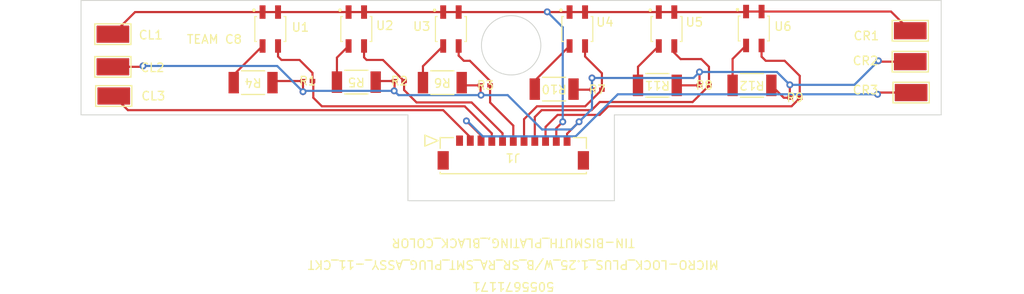
<source format=kicad_pcb>
(kicad_pcb (version 20240108) (generator "pcbnew") (generator_version "8.0")
  (layers (0 "F.Cu" signal) (31 "B.Cu" signal) (34 "B.Paste" user) (35 "F.Paste" user) (36 "B.SilkS" user "B.Silkscreen") (37 "F.SilkS" user "F.Silkscreen") (38 "B.Mask" user) (39 "F.Mask" user) (44 "Edge.Cuts" user))
  (net 0 "")
  (net 2 "VOUT8")
  (net 5 "VCC")
  (net 6 "VOUT3")
  (net 7 "VOUT1")
  (net 8 "VOUT5")
  (net 9 "Net-(R4-Pad2)")
  (net 10 "Net-(R5-Pad2)")
  (net 11 "Net-(R6-Pad2)")
  (net 12 "VOUT4")
  (net 13 "VOUT2")
  (net 14 "VOUT6")
  (net 15 "Net-(R10-Pad2)")
  (net 16 "Net-(R11-Pad2)")
  (net 17 "Net-(R12-Pad2)")
  (net 18 "GND")
  (net 19 "VOUT7")
  (footprint "47 Ohm SMD:RC2010N_PAN" (layer "F.Cu") (at 178 96.56 180)
    (property "Reference" "R12" (at 0 0 180) (layer "F.SilkS"))
    (property "Value" "ERJ-12ZYJ470U(47)")
    (fp_line (start 1.342447 -1.376998) (end -1.342447 -1.376998) (stroke (width 0.1524)) (layer "F.SilkS"))
    (fp_line (start -1.342447 1.376998) (end 1.342447 1.376998) (stroke (width 0.1524)) (layer "F.SilkS"))
    (pad "1" smd rect (at -2.252796 0 180) (size 1.205598 2.499995) (layers "F.Cu" "F.Paste" "F.Mask") (net 5 "VCC"))
    (pad "2" smd rect (at 2.252796 0 180) (size 1.205598 2.499995) (layers "F.Cu" "F.Paste" "F.Mask") (net 17 "Net-(R12-Pad2)"))
  )
  (footprint "QRE1113GR:SOIC180P460X187-4N" (layer "F.Cu") (at 168.067992 90)
    (property "Reference" "U5" (at 3.232008 -0.8 0) (layer "F.SilkS"))
    (property "Value" "QRE1113GR")
    (fp_line (start -1.8 -1.45) (end -1.8 1.45) (stroke (width 0.127)) (layer "F.SilkS"))
    (fp_line (start -1.8 -1.45) (end -1.6 -1.45) (stroke (width 0.127)) (layer "F.SilkS"))
    (fp_line (start -1.8 1.45) (end -1.6 1.45) (stroke (width 0.127)) (layer "F.SilkS"))
    (fp_line (start 1.8 -1.45) (end 1.6 -1.45) (stroke (width 0.127)) (layer "F.SilkS"))
    (fp_line (start 1.8 -1.45) (end 1.8 1.45) (stroke (width 0.127)) (layer "F.SilkS"))
    (fp_line (start 1.8 1.45) (end 1.6 1.45) (stroke (width 0.127)) (layer "F.SilkS"))
    (fp_circle (center -1.9 -2.2) (end -1.8 -2.2) (stroke (width 0.2)) (fill none) (layer "F.SilkS"))
    (pad "1" smd rect (at -0.9 -1.975) (size 0.69 1.57) (layers "F.Cu" "F.Paste" "F.Mask") (net 18 "GND"))
    (pad "2" smd rect (at -0.9 1.975) (size 0.69 1.57) (layers "F.Cu" "F.Paste" "F.Mask") (net 16 "Net-(R11-Pad2)"))
    (pad "3" smd rect (at 0.9 1.975) (size 0.69 1.57) (layers "F.Cu" "F.Paste" "F.Mask") (net 8 "VOUT5"))
    (pad "4" smd rect (at 0.9 -1.975) (size 0.69 1.57) (layers "F.Cu" "F.Paste" "F.Mask") (net 18 "GND"))
  )
  (footprint "47K Ohm SMD:RC0402N_PAN" (layer "F.Cu") (at 126.352605 96.056)
    (property "Reference" "R1" (at 0 0 0) (layer "F.SilkS"))
    (property "Value" "ERJ-2RKF4702X(47k)")
    (pad "1" smd rect (at -0.552799 0) (size 0.655599 0.499999) (layers "F.Cu" "F.Paste" "F.Mask") (net 5 "VCC"))
    (pad "2" smd rect (at 0.552799 0) (size 0.655599 0.499999) (layers "F.Cu" "F.Paste" "F.Mask") (net 7 "VOUT1"))
  )
  (footprint "47 Ohm SMD:RC2010N_PAN" (layer "F.Cu") (at 155 97 180)
    (property "Reference" "R10" (at 0 0 180) (layer "F.SilkS"))
    (property "Value" "ERJ-12ZYJ470U(47)")
    (fp_line (start 1.342447 -1.376998) (end -1.342447 -1.376998) (stroke (width 0.1524)) (layer "F.SilkS"))
    (fp_line (start -1.342447 1.376998) (end 1.342447 1.376998) (stroke (width 0.1524)) (layer "F.SilkS"))
    (pad "1" smd rect (at -2.252796 0 180) (size 1.205598 2.499995) (layers "F.Cu" "F.Paste" "F.Mask") (net 5 "VCC"))
    (pad "2" smd rect (at 2.252796 0 180) (size 1.205598 2.499995) (layers "F.Cu" "F.Paste" "F.Mask") (net 15 "Net-(R10-Pad2)"))
  )
  (footprint "TestPoint:TestPoint_Keystone_5019_Minature" (layer "F.Cu") (at 196.5 97.4)
    (property "Reference" "CR3" (at -5.3 -0.3 0) (layer "F.SilkS"))
    (property "Value" "TestPoint_Keystone_5019_Minature")
    (fp_line (start -2.1 -1.2) (end 2.1 -1.2) (stroke (width 0.15)) (layer "F.SilkS"))
    (fp_line (start -2.1 1.2) (end -2.1 -1.2) (stroke (width 0.15)) (layer "F.SilkS"))
    (fp_line (start 2.1 -1.2) (end 2.1 1.2) (stroke (width 0.15)) (layer "F.SilkS"))
    (fp_line (start 2.1 1.2) (end -2.1 1.2) (stroke (width 0.15)) (layer "F.SilkS"))
    (pad "1" smd rect (at 0 0) (size 3.8 2) (layers "F.Cu" "F.Paste" "F.Mask") (net 19 "VOUT7"))
  )
  (footprint "47 Ohm SMD:RC2010N_PAN" (layer "F.Cu") (at 120 96.243002 180)
    (property "Reference" "R4" (at 0 0 180) (layer "F.SilkS"))
    (property "Value" "ERJ-12ZYJ470U(47)")
    (fp_line (start 1.342447 -1.376998) (end -1.342447 -1.376998) (stroke (width 0.1524)) (layer "F.SilkS"))
    (fp_line (start -1.342447 1.376998) (end 1.342447 1.376998) (stroke (width 0.1524)) (layer "F.SilkS"))
    (pad "1" smd rect (at -2.252796 0 180) (size 1.205598 2.499995) (layers "F.Cu" "F.Paste" "F.Mask") (net 5 "VCC"))
    (pad "2" smd rect (at 2.252796 0 180) (size 1.205598 2.499995) (layers "F.Cu" "F.Paste" "F.Mask") (net 9 "Net-(R4-Pad2)"))
  )
  (footprint "QRE1113GR:SOIC180P460X187-4N" (layer "F.Cu") (at 157.693996 90)
    (property "Reference" "U4" (at 3.206004 -0.8 0) (layer "F.SilkS"))
    (property "Value" "QRE1113GR")
    (fp_line (start -1.8 -1.45) (end -1.8 1.45) (stroke (width 0.127)) (layer "F.SilkS"))
    (fp_line (start -1.8 -1.45) (end -1.6 -1.45) (stroke (width 0.127)) (layer "F.SilkS"))
    (fp_line (start -1.8 1.45) (end -1.6 1.45) (stroke (width 0.127)) (layer "F.SilkS"))
    (fp_line (start 1.8 -1.45) (end 1.6 -1.45) (stroke (width 0.127)) (layer "F.SilkS"))
    (fp_line (start 1.8 -1.45) (end 1.8 1.45) (stroke (width 0.127)) (layer "F.SilkS"))
    (fp_line (start 1.8 1.45) (end 1.6 1.45) (stroke (width 0.127)) (layer "F.SilkS"))
    (fp_circle (center -1.9 -2.2) (end -1.8 -2.2) (stroke (width 0.2)) (fill none) (layer "F.SilkS"))
    (pad "1" smd rect (at -0.9 -1.975) (size 0.69 1.57) (layers "F.Cu" "F.Paste" "F.Mask") (net 18 "GND"))
    (pad "2" smd rect (at -0.9 1.975) (size 0.69 1.57) (layers "F.Cu" "F.Paste" "F.Mask") (net 15 "Net-(R10-Pad2)"))
    (pad "3" smd rect (at 0.9 1.975) (size 0.69 1.57) (layers "F.Cu" "F.Paste" "F.Mask") (net 12 "VOUT4"))
    (pad "4" smd rect (at 0.9 -1.975) (size 0.69 1.57) (layers "F.Cu" "F.Paste" "F.Mask") (net 18 "GND"))
  )
  (footprint "11_Pin_Header:CON_5055671171" (layer "F.Cu") (at 144 103 180)
    (property "Reference" "J1" (at -6.2 -2 180) (layer "F.SilkS"))
    (property "Value" "5055671171")
    (fp_line (start 4.027983 0.635) (end 2.503983 0) (stroke (width 0.1524)) (layer "F.SilkS"))
    (fp_line (start 4.027983 -0.635) (end 4.027983 0.635) (stroke (width 0.1524)) (layer "F.SilkS"))
    (fp_line (start 2.503983 0) (end 4.027983 -0.635) (stroke (width 0.1524)) (layer "F.SilkS"))
    (fp_line (start 2.249983 0.35) (end 2.249983 -0.899959) (stroke (width 0.1524)) (layer "F.SilkS"))
    (fp_line (start 2.249983 -3.690039) (end 2.249983 -3.849999) (stroke (width 0.1524)) (layer "F.SilkS"))
    (fp_line (start 2.249983 -3.849999) (end -14.749983 -3.849999) (stroke (width 0.1524)) (layer "F.SilkS"))
    (fp_line (start 0.72004 0.35) (end 2.249983 0.35) (stroke (width 0.1524)) (layer "F.SilkS"))
    (fp_line (start -14.749983 0.35) (end -13.22004 0.35) (stroke (width 0.1524)) (layer "F.SilkS"))
    (fp_line (start -14.749983 -0.899959) (end -14.749983 0.35) (stroke (width 0.1524)) (layer "F.SilkS"))
    (fp_line (start -14.749983 -3.849999) (end -14.749983 -3.690039) (stroke (width 0.1524)) (layer "F.SilkS"))
    (fp_text user "MICRO-LOCK_PLUS_1.25_W/B_SR_RA_SMT_PLUG_ASSY_-11_CKT" (at -6.25 -14.45 180) (layer "F.SilkS"))
    (fp_text user "5055671171" (at -6.25 -16.99 180) (layer "F.SilkS"))
    (fp_text user "TIN-BISMUTH_PLATING,_BLACK_COLOR" (at -6.25 -11.909999 180) (layer "F.SilkS"))
    (pad "1" smd rect (at 0 0 180) (size 0.8 1.2) (layers "F.Cu" "F.Paste" "F.Mask"))
    (pad "2" smd rect (at -1.25 0 180) (size 0.8 1.2) (layers "F.Cu" "F.Paste" "F.Mask") (net 2 "VOUT8"))
    (pad "3" smd rect (at -2.5 0 180) (size 0.8 1.2) (layers "F.Cu" "F.Paste" "F.Mask") (net 19 "VOUT7"))
    (pad "4" smd rect (at -3.75 0 180) (size 0.8 1.2) (layers "F.Cu" "F.Paste" "F.Mask") (net 7 "VOUT1"))
    (pad "5" smd rect (at -5 0 180) (size 0.8 1.2) (layers "F.Cu" "F.Paste" "F.Mask") (net 13 "VOUT2"))
    (pad "6" smd rect (at -6.25 0 180) (size 0.8 1.2) (layers "F.Cu" "F.Paste" "F.Mask") (net 6 "VOUT3"))
    (pad "7" smd rect (at -7.5 0 180) (size 0.8 1.2) (layers "F.Cu" "F.Paste" "F.Mask") (net 12 "VOUT4"))
    (pad "8" smd rect (at -8.75 0 180) (size 0.8 1.2) (layers "F.Cu" "F.Paste" "F.Mask") (net 8 "VOUT5"))
    (pad "9" smd rect (at -10 0 180) (size 0.8 1.2) (layers "F.Cu" "F.Paste" "F.Mask") (net 14 "VOUT6"))
    (pad "10" smd rect (at -11.25 0 180) (size 0.8 1.2) (layers "F.Cu" "F.Paste" "F.Mask") (net 18 "GND"))
    (pad "11" smd rect (at -12.5 0 180) (size 0.8 1.2) (layers "F.Cu" "F.Paste" "F.Mask") (net 5 "VCC"))
    (pad "12" smd rect (at 1.900001 -2.294999 180) (size 1.3 2.15) (layers "F.Cu" "F.Paste" "F.Mask"))
    (pad "13" smd rect (at -14.400002 -2.294999 180) (size 1.3 2.15) (layers "F.Cu" "F.Paste" "F.Mask"))
  )
  (footprint "TestPoint:TestPoint_Keystone_5019_Minature" (layer "F.Cu") (at 103.8 97.8)
    (property "Reference" "CL3" (at 4.6 0 0) (layer "F.SilkS"))
    (property "Value" "TestPoint_Keystone_5019_Minature")
    (fp_line (start -2.1 -1.2) (end 2.1 -1.2) (stroke (width 0.15)) (layer "F.SilkS"))
    (fp_line (start -2.1 1.2) (end -2.1 -1.2) (stroke (width 0.15)) (layer "F.SilkS"))
    (fp_line (start 2.1 -1.2) (end 2.1 1.2) (stroke (width 0.15)) (layer "F.SilkS"))
    (fp_line (start 2.1 1.2) (end -2.1 1.2) (stroke (width 0.15)) (layer "F.SilkS"))
    (pad "1" smd rect (at 0 0) (size 3.8 2) (layers "F.Cu" "F.Paste" "F.Mask") (net 2 "VOUT8"))
  )
  (footprint "47K Ohm SMD:RC0402N_PAN" (layer "F.Cu") (at 137 96.056)
    (property "Reference" "R2" (at 0 0 0) (layer "F.SilkS"))
    (property "Value" "ERJ-2RKF4702X(47k)")
    (pad "1" smd rect (at -0.552799 0) (size 0.655599 0.499999) (layers "F.Cu" "F.Paste" "F.Mask") (net 5 "VCC"))
    (pad "2" smd rect (at 0.552799 0) (size 0.655599 0.499999) (layers "F.Cu" "F.Paste" "F.Mask") (net 13 "VOUT2"))
  )
  (footprint "TestPoint:TestPoint_Keystone_5019_Minature" (layer "F.Cu") (at 103.7 94.4)
    (property "Reference" "CL2" (at 4.6 0.1 0) (layer "F.SilkS"))
    (property "Value" "TestPoint_Keystone_5019_Minature")
    (fp_line (start -2.1 -1.2) (end 2.1 -1.2) (stroke (width 0.15)) (layer "F.SilkS"))
    (fp_line (start -2.1 1.2) (end -2.1 -1.2) (stroke (width 0.15)) (layer "F.SilkS"))
    (fp_line (start 2.1 -1.2) (end 2.1 1.2) (stroke (width 0.15)) (layer "F.SilkS"))
    (fp_line (start 2.1 1.2) (end -2.1 1.2) (stroke (width 0.15)) (layer "F.SilkS"))
    (pad "1" smd rect (at 0 0) (size 3.8 2) (layers "F.Cu" "F.Paste" "F.Mask") (net 5 "VCC"))
  )
  (footprint "47 Ohm SMD:RC2010N_PAN" (layer "F.Cu") (at 142 96.243002 180)
    (property "Reference" "R6" (at 0 0 180) (layer "F.SilkS"))
    (property "Value" "ERJ-12ZYJ470U(47)")
    (fp_line (start 1.342447 -1.376998) (end -1.342447 -1.376998) (stroke (width 0.1524)) (layer "F.SilkS"))
    (fp_line (start -1.342447 1.376998) (end 1.342447 1.376998) (stroke (width 0.1524)) (layer "F.SilkS"))
    (pad "1" smd rect (at -2.252796 0 180) (size 1.205598 2.499995) (layers "F.Cu" "F.Paste" "F.Mask") (net 5 "VCC"))
    (pad "2" smd rect (at 2.252796 0 180) (size 1.205598 2.499995) (layers "F.Cu" "F.Paste" "F.Mask") (net 11 "Net-(R6-Pad2)"))
  )
  (footprint "TestPoint:TestPoint_Keystone_5019_Minature" (layer "F.Cu") (at 103.7 90.6)
    (property "Reference" "CL1" (at 4.4 0.1 0) (layer "F.SilkS"))
    (property "Value" "TestPoint_Keystone_5019_Minature")
    (fp_line (start -2.1 -1.2) (end 2.1 -1.2) (stroke (width 0.15)) (layer "F.SilkS"))
    (fp_line (start -2.1 1.2) (end -2.1 -1.2) (stroke (width 0.15)) (layer "F.SilkS"))
    (fp_line (start 2.1 -1.2) (end 2.1 1.2) (stroke (width 0.15)) (layer "F.SilkS"))
    (fp_line (start 2.1 1.2) (end -2.1 1.2) (stroke (width 0.15)) (layer "F.SilkS"))
    (pad "1" smd rect (at 0 0) (size 3.8 2) (layers "F.Cu" "F.Paste" "F.Mask") (net 18 "GND"))
  )
  (footprint "TestPoint:TestPoint_Keystone_5019_Minature" (layer "F.Cu") (at 196.4 90.2)
    (property "Reference" "CR1" (at -5.1 0.6 0) (layer "F.SilkS"))
    (property "Value" "TestPoint_Keystone_5019_Minature")
    (fp_line (start -2.1 -1.2) (end 2.1 -1.2) (stroke (width 0.15)) (layer "F.SilkS"))
    (fp_line (start -2.1 1.2) (end -2.1 -1.2) (stroke (width 0.15)) (layer "F.SilkS"))
    (fp_line (start 2.1 -1.2) (end 2.1 1.2) (stroke (width 0.15)) (layer "F.SilkS"))
    (fp_line (start 2.1 1.2) (end -2.1 1.2) (stroke (width 0.15)) (layer "F.SilkS"))
    (pad "1" smd rect (at 0 0) (size 3.8 2) (layers "F.Cu" "F.Paste" "F.Mask") (net 18 "GND"))
  )
  (footprint "47K Ohm SMD:RC0402N_PAN" (layer "F.Cu") (at 160 97.064)
    (property "Reference" "R7" (at 0 0 0) (layer "F.SilkS"))
    (property "Value" "ERJ-2RKF4702X(47k)")
    (pad "1" smd rect (at -0.552799 0) (size 0.655599 0.499999) (layers "F.Cu" "F.Paste" "F.Mask") (net 5 "VCC"))
    (pad "2" smd rect (at 0.552799 0) (size 0.655599 0.499999) (layers "F.Cu" "F.Paste" "F.Mask") (net 12 "VOUT4"))
  )
  (footprint "47K Ohm SMD:RC0402N_PAN" (layer "F.Cu") (at 147 96.56)
    (property "Reference" "R3" (at 0 0 0) (layer "F.SilkS"))
    (property "Value" "ERJ-2RKF4702X(47k)")
    (pad "1" smd rect (at -0.552799 0) (size 0.655599 0.499999) (layers "F.Cu" "F.Paste" "F.Mask") (net 5 "VCC"))
    (pad "2" smd rect (at 0.552799 0) (size 0.655599 0.499999) (layers "F.Cu" "F.Paste" "F.Mask") (net 6 "VOUT3"))
  )
  (footprint "47 Ohm SMD:RC2010N_PAN" (layer "F.Cu") (at 167 96.56 180)
    (property "Reference" "R11" (at 0 0 180) (layer "F.SilkS"))
    (property "Value" "ERJ-12ZYJ470U(47)")
    (fp_line (start 1.342447 -1.376998) (end -1.342447 -1.376998) (stroke (width 0.1524)) (layer "F.SilkS"))
    (fp_line (start -1.342447 1.376998) (end 1.342447 1.376998) (stroke (width 0.1524)) (layer "F.SilkS"))
    (pad "1" smd rect (at -2.252796 0 180) (size 1.205598 2.499995) (layers "F.Cu" "F.Paste" "F.Mask") (net 5 "VCC"))
    (pad "2" smd rect (at 2.252796 0 180) (size 1.205598 2.499995) (layers "F.Cu" "F.Paste" "F.Mask") (net 16 "Net-(R11-Pad2)"))
  )
  (footprint "QRE1113GR:SOIC180P460X187-4N" (layer "F.Cu") (at 132 90)
    (property "Reference" "U2" (at 3.3 -0.4 0) (layer "F.SilkS"))
    (property "Value" "QRE1113GR")
    (fp_line (start -1.8 -1.45) (end -1.8 1.45) (stroke (width 0.127)) (layer "F.SilkS"))
    (fp_line (start -1.8 -1.45) (end -1.6 -1.45) (stroke (width 0.127)) (layer "F.SilkS"))
    (fp_line (start -1.8 1.45) (end -1.6 1.45) (stroke (width 0.127)) (layer "F.SilkS"))
    (fp_line (start 1.8 -1.45) (end 1.6 -1.45) (stroke (width 0.127)) (layer "F.SilkS"))
    (fp_line (start 1.8 -1.45) (end 1.8 1.45) (stroke (width 0.127)) (layer "F.SilkS"))
    (fp_line (start 1.8 1.45) (end 1.6 1.45) (stroke (width 0.127)) (layer "F.SilkS"))
    (fp_circle (center -1.9 -2.2) (end -1.8 -2.2) (stroke (width 0.2)) (fill none) (layer "F.SilkS"))
    (pad "1" smd rect (at -0.9 -1.975) (size 0.69 1.57) (layers "F.Cu" "F.Paste" "F.Mask") (net 18 "GND"))
    (pad "2" smd rect (at -0.9 1.975) (size 0.69 1.57) (layers "F.Cu" "F.Paste" "F.Mask") (net 10 "Net-(R5-Pad2)"))
    (pad "3" smd rect (at 0.9 1.975) (size 0.69 1.57) (layers "F.Cu" "F.Paste" "F.Mask") (net 13 "VOUT2"))
    (pad "4" smd rect (at 0.9 -1.975) (size 0.69 1.57) (layers "F.Cu" "F.Paste" "F.Mask") (net 18 "GND"))
  )
  (footprint "47K Ohm SMD:RC0402N_PAN" (layer "F.Cu") (at 183 98)
    (property "Reference" "R9" (at 0 0 0) (layer "F.SilkS"))
    (property "Value" "ERJ-2RKF4702X(47k)")
    (pad "1" smd rect (at -0.552799 0) (size 0.655599 0.499999) (layers "F.Cu" "F.Paste" "F.Mask") (net 5 "VCC"))
    (pad "2" smd rect (at 0.552799 0) (size 0.655599 0.499999) (layers "F.Cu" "F.Paste" "F.Mask") (net 14 "VOUT6"))
  )
  (footprint "TestPoint:TestPoint_Keystone_5019_Minature" (layer "F.Cu") (at 196.4 93.8)
    (property "Reference" "CR2" (at -5.2 -0.1 0) (layer "F.SilkS"))
    (property "Value" "TestPoint_Keystone_5019_Minature")
    (fp_line (start -2.1 -1.2) (end 2.1 -1.2) (stroke (width 0.15)) (layer "F.SilkS"))
    (fp_line (start -2.1 1.2) (end -2.1 -1.2) (stroke (width 0.15)) (layer "F.SilkS"))
    (fp_line (start 2.1 -1.2) (end 2.1 1.2) (stroke (width 0.15)) (layer "F.SilkS"))
    (fp_line (start 2.1 1.2) (end -2.1 1.2) (stroke (width 0.15)) (layer "F.SilkS"))
    (pad "1" smd rect (at 0 0) (size 3.8 2) (layers "F.Cu" "F.Paste" "F.Mask") (net 5 "VCC"))
  )
  (footprint "47 Ohm SMD:RC2010N_PAN" (layer "F.Cu") (at 132 96.183002 180)
    (property "Reference" "R5" (at 0 0 180) (layer "F.SilkS"))
    (property "Value" "ERJ-12ZYJ470U(47)")
    (fp_line (start 1.342447 -1.376998) (end -1.342447 -1.376998) (stroke (width 0.1524)) (layer "F.SilkS"))
    (fp_line (start -1.342447 1.376998) (end 1.342447 1.376998) (stroke (width 0.1524)) (layer "F.SilkS"))
    (pad "1" smd rect (at -2.252796 0 180) (size 1.205598 2.499995) (layers "F.Cu" "F.Paste" "F.Mask") (net 5 "VCC"))
    (pad "2" smd rect (at 2.252796 0 180) (size 1.205598 2.499995) (layers "F.Cu" "F.Paste" "F.Mask") (net 10 "Net-(R5-Pad2)"))
  )
  (footprint "QRE1113GR:SOIC180P460X187-4N" (layer "F.Cu") (at 122 90)
    (property "Reference" "U1" (at 3.5 -0.2 0) (layer "F.SilkS"))
    (property "Value" "QRE1113GR")
    (fp_line (start -1.8 -1.45) (end -1.8 1.45) (stroke (width 0.127)) (layer "F.SilkS"))
    (fp_line (start -1.8 -1.45) (end -1.6 -1.45) (stroke (width 0.127)) (layer "F.SilkS"))
    (fp_line (start -1.8 1.45) (end -1.6 1.45) (stroke (width 0.127)) (layer "F.SilkS"))
    (fp_line (start 1.8 -1.45) (end 1.6 -1.45) (stroke (width 0.127)) (layer "F.SilkS"))
    (fp_line (start 1.8 -1.45) (end 1.8 1.45) (stroke (width 0.127)) (layer "F.SilkS"))
    (fp_line (start 1.8 1.45) (end 1.6 1.45) (stroke (width 0.127)) (layer "F.SilkS"))
    (fp_circle (center -1.9 -2.2) (end -1.8 -2.2) (stroke (width 0.2)) (fill none) (layer "F.SilkS"))
    (pad "1" smd rect (at -0.9 -1.975) (size 0.69 1.57) (layers "F.Cu" "F.Paste" "F.Mask") (net 18 "GND"))
    (pad "2" smd rect (at -0.9 1.975) (size 0.69 1.57) (layers "F.Cu" "F.Paste" "F.Mask") (net 9 "Net-(R4-Pad2)"))
    (pad "3" smd rect (at 0.9 1.975) (size 0.69 1.57) (layers "F.Cu" "F.Paste" "F.Mask") (net 7 "VOUT1"))
    (pad "4" smd rect (at 0.9 -1.975) (size 0.69 1.57) (layers "F.Cu" "F.Paste" "F.Mask") (net 18 "GND"))
  )
  (footprint "QRE1113GR:SOIC180P460X187-4N" (layer "F.Cu") (at 178.213996 89.94)
    (property "Reference" "U6" (at 3.386004 -0.24 0) (layer "F.SilkS"))
    (property "Value" "QRE1113GR")
    (fp_line (start -1.8 -1.45) (end -1.8 1.45) (stroke (width 0.127)) (layer "F.SilkS"))
    (fp_line (start -1.8 -1.45) (end -1.6 -1.45) (stroke (width 0.127)) (layer "F.SilkS"))
    (fp_line (start -1.8 1.45) (end -1.6 1.45) (stroke (width 0.127)) (layer "F.SilkS"))
    (fp_line (start 1.8 -1.45) (end 1.6 -1.45) (stroke (width 0.127)) (layer "F.SilkS"))
    (fp_line (start 1.8 -1.45) (end 1.8 1.45) (stroke (width 0.127)) (layer "F.SilkS"))
    (fp_line (start 1.8 1.45) (end 1.6 1.45) (stroke (width 0.127)) (layer "F.SilkS"))
    (fp_circle (center -1.9 -2.2) (end -1.8 -2.2) (stroke (width 0.2)) (fill none) (layer "F.SilkS"))
    (pad "1" smd rect (at -0.9 -1.975) (size 0.69 1.57) (layers "F.Cu" "F.Paste" "F.Mask") (net 18 "GND"))
    (pad "2" smd rect (at -0.9 1.975) (size 0.69 1.57) (layers "F.Cu" "F.Paste" "F.Mask") (net 17 "Net-(R12-Pad2)"))
    (pad "3" smd rect (at 0.9 1.975) (size 0.69 1.57) (layers "F.Cu" "F.Paste" "F.Mask") (net 14 "VOUT6"))
    (pad "4" smd rect (at 0.9 -1.975) (size 0.69 1.57) (layers "F.Cu" "F.Paste" "F.Mask") (net 18 "GND"))
  )
  (footprint "QRE1113GR:SOIC180P460X187-4N" (layer "F.Cu") (at 143 90)
    (property "Reference" "U3" (at -3.4 -0.3 0) (layer "F.SilkS"))
    (property "Value" "QRE1113GR")
    (fp_line (start -1.8 -1.45) (end -1.8 1.45) (stroke (width 0.127)) (layer "F.SilkS"))
    (fp_line (start -1.8 -1.45) (end -1.6 -1.45) (stroke (width 0.127)) (layer "F.SilkS"))
    (fp_line (start -1.8 1.45) (end -1.6 1.45) (stroke (width 0.127)) (layer "F.SilkS"))
    (fp_line (start 1.8 -1.45) (end 1.6 -1.45) (stroke (width 0.127)) (layer "F.SilkS"))
    (fp_line (start 1.8 -1.45) (end 1.8 1.45) (stroke (width 0.127)) (layer "F.SilkS"))
    (fp_line (start 1.8 1.45) (end 1.6 1.45) (stroke (width 0.127)) (layer "F.SilkS"))
    (fp_circle (center -1.9 -2.2) (end -1.8 -2.2) (stroke (width 0.2)) (fill none) (layer "F.SilkS"))
    (pad "1" smd rect (at -0.9 -1.975) (size 0.69 1.57) (layers "F.Cu" "F.Paste" "F.Mask") (net 18 "GND"))
    (pad "2" smd rect (at -0.9 1.975) (size 0.69 1.57) (layers "F.Cu" "F.Paste" "F.Mask") (net 11 "Net-(R6-Pad2)"))
    (pad "3" smd rect (at 0.9 1.975) (size 0.69 1.57) (layers "F.Cu" "F.Paste" "F.Mask") (net 6 "VOUT3"))
    (pad "4" smd rect (at 0.9 -1.975) (size 0.69 1.57) (layers "F.Cu" "F.Paste" "F.Mask") (net 18 "GND"))
  )
  (footprint "47K Ohm SMD:RC0402N_PAN" (layer "F.Cu") (at 172.447201 96.56)
    (property "Reference" "R8" (at 0 0 0) (layer "F.SilkS"))
    (property "Value" "ERJ-2RKF4702X(47k)")
    (pad "1" smd rect (at -0.552799 0) (size 0.655599 0.499999) (layers "F.Cu" "F.Paste" "F.Mask") (net 5 "VCC"))
    (pad "2" smd rect (at 0.552799 0) (size 0.655599 0.499999) (layers "F.Cu" "F.Paste" "F.Mask") (net 8 "VOUT5"))
  )
  (gr_line (start 150 110) (end 162 110) (stroke (width 0.1)) (layer "Edge.Cuts"))
  (gr_line (start 138 110) (end 138 100) (stroke (width 0.1)) (layer "Edge.Cuts"))
  (gr_line (start 150 110) (end 138 110) (stroke (width 0.1)) (layer "Edge.Cuts"))
  (gr_line (start 200 86.67) (end 200 100) (stroke (width 0.1)) (layer "Edge.Cuts"))
  (gr_line (start 162 100) (end 200 100) (stroke (width 0.1)) (layer "Edge.Cuts"))
  (gr_circle (center 150 91.895) (end 153.454 91.895) (stroke (width 0.1)) (fill none) (layer "Edge.Cuts"))
  (gr_line (start 100 86.67) (end 100 100) (stroke (width 0.1)) (layer "Edge.Cuts"))
  (gr_line (start 100 100) (end 138 100) (stroke (width 0.1)) (layer "Edge.Cuts"))
  (gr_line (start 100 86.67) (end 200 86.67) (stroke (width 0.1)) (layer "Edge.Cuts"))
  (gr_line (start 162 110) (end 162 100) (stroke (width 0.1)) (layer "Edge.Cuts"))
  (gr_text "TEAM C8" (at 115.5 91.2 0) (layer "F.SilkS") (effects (font (size 1 1))))
  (segment (start 145.25 102.6) (end 145.25 103) (width 0.25) (layer "F.Cu") (net 2))
  (segment (start 103.8 97.8) (end 105.45 99.45) (width 0.25) (layer "F.Cu") (net 2))
  (segment (start 142.1 99.45) (end 145.25 102.6) (width 0.25) (layer "F.Cu") (net 2))
  (segment (start 105.45 99.45) (end 142.1 99.45) (width 0.25) (layer "F.Cu") (net 2))
  (segment (start 192.7 93.7) (end 192.8 93.8) (width 0.25) (layer "F.Cu") (net 5))
  (segment (start 156.5 103) (end 156.5 102.2) (width 0.25) (layer "F.Cu") (net 5))
  (segment (start 134.379798 96.056) (end 134.252796 96.183002) (width 0.25) (layer "F.Cu") (net 5))
  (segment (start 144.569794 96.56) (end 144.252796 96.243002) (width 0.25) (layer "F.Cu") (net 5))
  (segment (start 156.5 102.2) (end 157.9 100.8) (width 0.25) (layer "F.Cu") (net 5))
  (segment (start 181.692796 98) (end 180.252796 96.56) (width 0.25) (layer "F.Cu") (net 5))
  (segment (start 159.4 97.016799) (end 159.447201 97.064) (width 0.25) (layer "F.Cu") (net 5))
  (segment (start 171.9 96.554402) (end 171.894402 96.56) (width 0.25) (layer "F.Cu") (net 5))
  (segment (start 159.447201 97.064) (end 157.316796 97.064) (width 0.25) (layer "F.Cu") (net 5))
  (segment (start 192.8 93.8) (end 196.4 93.8) (width 0.25) (layer "F.Cu") (net 5))
  (segment (start 136.447201 96.056) (end 136.447201 97.152799) (width 0.25) (layer "F.Cu") (net 5))
  (segment (start 125.799806 96.056) (end 122.439798 96.056) (width 0.25) (layer "F.Cu") (net 5))
  (segment (start 107.2 94.3) (end 107.1 94.4) (width 0.25) (layer "F.Cu") (net 5))
  (segment (start 182.4 97.952799) (end 182.447201 98) (width 0.25) (layer "F.Cu") (net 5))
  (segment (start 146.447201 96.56) (end 144.569794 96.56) (width 0.25) (layer "F.Cu") (net 5))
  (segment (start 107.1 94.4) (end 103.7 94.4) (width 0.25) (layer "F.Cu") (net 5))
  (segment (start 136.447201 97.152799) (end 136.4 97.2) (width 0.25) (layer "F.Cu") (net 5))
  (segment (start 159.4 95.7) (end 159.4 97.016799) (width 0.25) (layer "F.Cu") (net 5))
  (segment (start 182.4 96.5) (end 182.4 97.952799) (width 0.25) (layer "F.Cu") (net 5))
  (segment (start 125.799806 97.299806) (end 125.8 97.3) (width 0.25) (layer "F.Cu") (net 5))
  (segment (start 146.447201 96.56) (end 146.447201 97.647201) (width 0.25) (layer "F.Cu") (net 5))
  (segment (start 146.447201 97.647201) (end 146.5 97.7) (width 0.25) (layer "F.Cu") (net 5))
  (segment (start 182.447201 98) (end 181.692796 98) (width 0.25) (layer "F.Cu") (net 5))
  (segment (start 171.894402 96.56) (end 169.252796 96.56) (width 0.25) (layer "F.Cu") (net 5))
  (segment (start 136.447201 96.056) (end 134.379798 96.056) (width 0.25) (layer "F.Cu") (net 5))
  (segment (start 122.439798 96.056) (end 122.252796 96.243002) (width 0.25) (layer "F.Cu") (net 5))
  (segment (start 125.799806 96.056) (end 125.799806 97.299806) (width 0.25) (layer "F.Cu") (net 5))
  (segment (start 157.316796 97.064) (end 157.252796 97) (width 0.25) (layer "F.Cu") (net 5))
  (segment (start 171.9 95) (end 171.9 96.554402) (width 0.25) (layer "F.Cu") (net 5))
  (via (at 136.4 97.2) (size 0.8) (drill 0.4) (layers "F.Cu" "B.Cu") (net 5))
  (via (at 192.7 93.7) (size 0.8) (drill 0.4) (layers "F.Cu" "B.Cu") (net 5))
  (via (at 182.4 96.5) (size 0.8) (drill 0.4) (layers "F.Cu" "B.Cu") (net 5))
  (via (at 107.2 94.3) (size 0.8) (drill 0.4) (layers "F.Cu" "B.Cu") (net 5))
  (via (at 157.9 100.8) (size 0.8) (drill 0.4) (layers "F.Cu" "B.Cu") (net 5))
  (via (at 159.4 95.7) (size 0.8) (drill 0.4) (layers "F.Cu" "B.Cu") (net 5))
  (via (at 125.8 97.3) (size 0.8) (drill 0.4) (layers "F.Cu" "B.Cu") (net 5))
  (via (at 171.9 95) (size 0.8) (drill 0.4) (layers "F.Cu" "B.Cu") (net 5))
  (via (at 146.5 97.7) (size 0.8) (drill 0.4) (layers "F.Cu" "B.Cu") (net 5))
  (segment (start 182.4 96.5) (end 189.9 96.5) (width 0.25) (layer "B.Cu") (net 5))
  (segment (start 157.9 100.8) (end 157 101.7) (width 0.25) (layer "B.Cu") (net 5))
  (segment (start 157 101.7) (end 153.6 101.7) (width 0.25) (layer "B.Cu") (net 5))
  (segment (start 122.8 94.3) (end 125.8 97.3) (width 0.25) (layer "B.Cu") (net 5))
  (segment (start 157.9 100.8) (end 159.4 99.3) (width 0.25) (layer "B.Cu") (net 5))
  (segment (start 136.9 97.7) (end 136.4 97.2) (width 0.25) (layer "B.Cu") (net 5))
  (segment (start 171.2 95.7) (end 171.9 95) (width 0.25) (layer "B.Cu") (net 5))
  (segment (start 136.4 97.2) (end 125.9 97.2) (width 0.25) (layer "B.Cu") (net 5))
  (segment (start 146.5 97.7) (end 136.9 97.7) (width 0.25) (layer "B.Cu") (net 5))
  (segment (start 125.9 97.2) (end 125.8 97.3) (width 0.25) (layer "B.Cu") (net 5))
  (segment (start 107.2 94.3) (end 122.8 94.3) (width 0.25) (layer "B.Cu") (net 5))
  (segment (start 159.4 95.7) (end 171.2 95.7) (width 0.25) (layer "B.Cu") (net 5))
  (segment (start 153.6 101.7) (end 149.6 97.7) (width 0.25) (layer "B.Cu") (net 5))
  (segment (start 171.9 95) (end 180.9 95) (width 0.25) (layer "B.Cu") (net 5))
  (segment (start 149.6 97.7) (end 146.5 97.7) (width 0.25) (layer "B.Cu") (net 5))
  (segment (start 189.9 96.5) (end 192.7 93.7) (width 0.25) (layer "B.Cu") (net 5))
  (segment (start 180.9 95) (end 182.4 96.5) (width 0.25) (layer "B.Cu") (net 5))
  (segment (start 159.4 99.3) (end 159.4 95.7) (width 0.25) (layer "B.Cu") (net 5))
  (segment (start 143.9 93.1) (end 143.9 91.975) (width 0.25) (layer "F.Cu") (net 6))
  (segment (start 150.25 101.25) (end 150.25 103) (width 0.25) (layer "F.Cu") (net 6))
  (segment (start 147.552799 98.552799) (end 150.25 101.25) (width 0.25) (layer "F.Cu") (net 6))
  (segment (start 147.552799 96.56) (end 147.552799 96.052799) (width 0.25) (layer "F.Cu") (net 6))
  (segment (start 145.2 93.7) (end 144.5 93.7) (width 0.25) (layer "F.Cu") (net 6))
  (segment (start 147.552799 96.56) (end 147.552799 98.552799) (width 0.25) (layer "F.Cu") (net 6))
  (segment (start 144.5 93.7) (end 143.9 93.1) (width 0.25) (layer "F.Cu") (net 6))
  (segment (start 147.552799 96.052799) (end 145.2 93.7) (width 0.25) (layer "F.Cu") (net 6))
  (segment (start 147.75 103) (end 147.75 102.15) (width 0.25) (layer "F.Cu") (net 7))
  (segment (start 127 98) (end 127 96) (width 0.25) (layer "F.Cu") (net 7))
  (segment (start 126.905404 96.056) (end 126.905404 95.105404) (width 0.25) (layer "F.Cu") (net 7))
  (segment (start 126.905404 95.105404) (end 125.4 93.6) (width 0.25) (layer "F.Cu") (net 7))
  (segment (start 147.75 102.15) (end 144.6 99) (width 0.25) (layer "F.Cu") (net 7))
  (segment (start 125.4 93.6) (end 123.3 93.6) (width 0.25) (layer "F.Cu") (net 7))
  (segment (start 128 99) (end 127 98) (width 0.25) (layer "F.Cu") (net 7))
  (segment (start 144.6 99) (end 128 99) (width 0.25) (layer "F.Cu") (net 7))
  (segment (start 123.3 93.6) (end 122.9 93.2) (width 0.25) (layer "F.Cu") (net 7))
  (segment (start 122.9 93.2) (end 122.9 91.975) (width 0.25) (layer "F.Cu") (net 7))
  (segment (start 171.1 98.5) (end 173 96.6) (width 0.25) (layer "F.Cu") (net 8))
  (segment (start 168.967992 92.767992) (end 168.967992 91.975) (width 0.25) (layer "F.Cu") (net 8))
  (segment (start 152.75 103) (end 152.75 100.25) (width 0.25) (layer "F.Cu") (net 8))
  (segment (start 152.75 100.25) (end 153.55 99.45) (width 0.25) (layer "F.Cu") (net 8))
  (segment (start 160.3 98.5) (end 171.1 98.5) (width 0.25) (layer "F.Cu") (net 8))
  (segment (start 173 96.6) (end 173 96.56) (width 0.25) (layer "F.Cu") (net 8))
  (segment (start 172.1 93.5) (end 169.7 93.5) (width 0.25) (layer "F.Cu") (net 8))
  (segment (start 173 94.4) (end 172.1 93.5) (width 0.25) (layer "F.Cu") (net 8))
  (segment (start 169.7 93.5) (end 168.967992 92.767992) (width 0.25) (layer "F.Cu") (net 8))
  (segment (start 153.55 99.45) (end 159.35 99.45) (width 0.25) (layer "F.Cu") (net 8))
  (segment (start 159.35 99.45) (end 160.3 98.5) (width 0.25) (layer "F.Cu") (net 8))
  (segment (start 173 96.56) (end 173 94.4) (width 0.25) (layer "F.Cu") (net 8))
  (segment (start 117.747204 96.243002) (end 117.747204 95.327796) (width 0.25) (layer "F.Cu") (net 9))
  (segment (start 117.747204 95.327796) (end 121.1 91.975) (width 0.25) (layer "F.Cu") (net 9))
  (segment (start 129.747204 96.183002) (end 129.747204 93.327796) (width 0.25) (layer "F.Cu") (net 10))
  (segment (start 129.747204 93.327796) (end 131.1 91.975) (width 0.25) (layer "F.Cu") (net 10))
  (segment (start 139.747204 94.327796) (end 142.1 91.975) (width 0.25) (layer "F.Cu") (net 11))
  (segment (start 139.747204 96.243002) (end 139.747204 94.327796) (width 0.25) (layer "F.Cu") (net 11))
  (segment (start 151.5 100.5) (end 153 99) (width 0.25) (layer "F.Cu") (net 12))
  (segment (start 160.552799 97.064) (end 160.552799 95.152799) (width 0.25) (layer "F.Cu") (net 12))
  (segment (start 158.616799 99) (end 160.552799 97.064) (width 0.25) (layer "F.Cu") (net 12))
  (segment (start 160.552799 95.152799) (end 158.593996 93.193996) (width 0.25) (layer "F.Cu") (net 12))
  (segment (start 158.593996 93.193996) (end 158.593996 91.975) (width 0.25) (layer "F.Cu") (net 12))
  (segment (start 151.5 103) (end 151.5 100.5) (width 0.25) (layer "F.Cu") (net 12))
  (segment (start 153 99) (end 158.616799 99) (width 0.25) (layer "F.Cu") (net 12))
  (segment (start 149 103) (end 149 102.15) (width 0.25) (layer "F.Cu") (net 13))
  (segment (start 139 98.55) (end 137.552799 97.102799) (width 0.25) (layer "F.Cu") (net 13))
  (segment (start 133.2 93.6) (end 132.9 93.3) (width 0.25) (layer "F.Cu") (net 13))
  (segment (start 145.4 98.55) (end 139 98.55) (width 0.25) (layer "F.Cu") (net 13))
  (segment (start 132.9 93.3) (end 132.9 91.975) (width 0.25) (layer "F.Cu") (net 13))
  (segment (start 149 102.15) (end 145.4 98.55) (width 0.25) (layer "F.Cu") (net 13))
  (segment (start 137.552799 97.102799) (end 137.552799 96.056) (width 0.25) (layer "F.Cu") (net 13))
  (segment (start 137.552799 96.056) (end 135.096799 93.6) (width 0.25) (layer "F.Cu") (net 13))
  (segment (start 135.096799 93.6) (end 133.2 93.6) (width 0.25) (layer "F.Cu") (net 13))
  (segment (start 161.3 99) (end 182.6 99) (width 0.25) (layer "F.Cu") (net 14))
  (segment (start 182.6 99) (end 183.552799 98.047201) (width 0.25) (layer "F.Cu") (net 14))
  (segment (start 154 101.4) (end 155.4 100) (width 0.25) (layer "F.Cu") (net 14))
  (segment (start 181.8 93.7) (end 179.6 93.7) (width 0.25) (layer "F.Cu") (net 14))
  (segment (start 160.3 100) (end 161.3 99) (width 0.25) (layer "F.Cu") (net 14))
  (segment (start 154 103) (end 154 101.4) (width 0.25) (layer "F.Cu") (net 14))
  (segment (start 179.113996 93.213996) (end 179.113996 91.915) (width 0.25) (layer "F.Cu") (net 14))
  (segment (start 183.552799 98.047201) (end 183.552799 98) (width 0.25) (layer "F.Cu") (net 14))
  (segment (start 155.4 100) (end 160.3 100) (width 0.25) (layer "F.Cu") (net 14))
  (segment (start 183.552799 98) (end 183.552799 95.452799) (width 0.25) (layer "F.Cu") (net 14))
  (segment (start 183.552799 95.452799) (end 181.8 93.7) (width 0.25) (layer "F.Cu") (net 14))
  (segment (start 179.6 93.7) (end 179.113996 93.213996) (width 0.25) (layer "F.Cu") (net 14))
  (segment (start 152.747204 96.021792) (end 156.793996 91.975) (width 0.25) (layer "F.Cu") (net 15))
  (segment (start 152.747204 97) (end 152.747204 96.021792) (width 0.25) (layer "F.Cu") (net 15))
  (segment (start 164.747204 94.395788) (end 167.167992 91.975) (width 0.25) (layer "F.Cu") (net 16))
  (segment (start 164.747204 96.56) (end 164.747204 94.395788) (width 0.25) (layer "F.Cu") (net 16))
  (segment (start 175.747204 93.481792) (end 177.313996 91.915) (width 0.25) (layer "F.Cu") (net 17))
  (segment (start 175.747204 96.56) (end 175.747204 93.481792) (width 0.25) (layer "F.Cu") (net 17))
  (segment (start 154.225 88.025) (end 156.793996 88.025) (width 0.25) (layer "F.Cu") (net 18))
  (segment (start 122.9 88.025) (end 131.1 88.025) (width 0.25) (layer "F.Cu") (net 18))
  (segment (start 106.275 88.025) (end 103.7 90.6) (width 0.25) (layer "F.Cu") (net 18))
  (segment (start 168.967992 88.025) (end 177.253996 88.025) (width 0.25) (layer "F.Cu") (net 18))
  (segment (start 121.1 88.025) (end 106.275 88.025) (width 0.25) (layer "F.Cu") (net 18))
  (segment (start 156.793996 88.025) (end 158.593996 88.025) (width 0.25) (layer "F.Cu") (net 18))
  (segment (start 154.175 88.025) (end 154.2 88) (width 0.25) (layer "F.Cu") (net 18))
  (segment (start 143.9 88.025) (end 154.175 88.025) (width 0.25) (layer "F.Cu") (net 18))
  (segment (start 131.1 88.025) (end 132.9 88.025) (width 0.25) (layer "F.Cu") (net 18))
  (segment (start 155.25 103) (end 155.25 101.55) (width 0.25) (layer "F.Cu") (net 18))
  (segment (start 158.593996 88.025) (end 167.167992 88.025) (width 0.25) (layer "F.Cu") (net 18))
  (segment (start 154.2 88) (end 154.225 88.025) (width 0.25) (layer "F.Cu") (net 18))
  (segment (start 167.167992 88.025) (end 168.967992 88.025) (width 0.25) (layer "F.Cu") (net 18))
  (segment (start 177.253996 88.025) (end 177.313996 87.965) (width 0.25) (layer "F.Cu") (net 18))
  (segment (start 194.165 87.965) (end 196.4 90.2) (width 0.25) (layer "F.Cu") (net 18))
  (segment (start 155.25 101.55) (end 156 100.8) (width 0.25) (layer "F.Cu") (net 18))
  (segment (start 132.9 88.025) (end 142.1 88.025) (width 0.25) (layer "F.Cu") (net 18))
  (segment (start 179.113996 87.965) (end 194.165 87.965) (width 0.25) (layer "F.Cu") (net 18))
  (segment (start 142.1 88.025) (end 143.9 88.025) (width 0.25) (layer "F.Cu") (net 18))
  (segment (start 121.1 88.025) (end 122.9 88.025) (width 0.25) (layer "F.Cu") (net 18))
  (segment (start 177.313996 87.965) (end 179.113996 87.965) (width 0.25) (layer "F.Cu") (net 18))
  (via (at 156 100.8) (size 0.8) (drill 0.4) (layers "F.Cu" "B.Cu") (net 18))
  (via (at 154.2 88) (size 0.8) (drill 0.4) (layers "F.Cu" "B.Cu") (net 18))
  (segment (start 154.2 88) (end 156 89.8) (width 0.25) (layer "B.Cu") (net 18))
  (segment (start 156 89.8) (end 156 100.8) (width 0.25) (layer "B.Cu") (net 18))
  (segment (start 146.5 102.4) (end 146.5 103) (width 0.25) (layer "F.Cu") (net 19))
  (segment (start 144.8 100.7) (end 146.5 102.4) (width 0.25) (layer "F.Cu") (net 19))
  (segment (start 192.8 97.4) (end 196.5 97.4) (width 0.25) (layer "F.Cu") (net 19))
  (segment (start 192.6 97.6) (end 192.8 97.4) (width 0.25) (layer "F.Cu") (net 19))
  (via (at 144.8 100.7) (size 0.8) (drill 0.4) (layers "F.Cu" "B.Cu") (net 19))
  (via (at 192.6 97.6) (size 0.8) (drill 0.4) (layers "F.Cu" "B.Cu") (net 19))
  (segment (start 144.9 100.7) (end 144.8 100.7) (width 0.25) (layer "B.Cu") (net 19))
  (segment (start 146.7 102.5) (end 144.9 100.7) (width 0.25) (layer "B.Cu") (net 19))
  (segment (start 192.6 97.6) (end 162.4 97.6) (width 0.25) (layer "B.Cu") (net 19))
  (segment (start 157.5 102.5) (end 146.7 102.5) (width 0.25) (layer "B.Cu") (net 19))
  (segment (start 162.4 97.6) (end 157.5 102.5) (width 0.25) (layer "B.Cu") (net 19))
)
</source>
